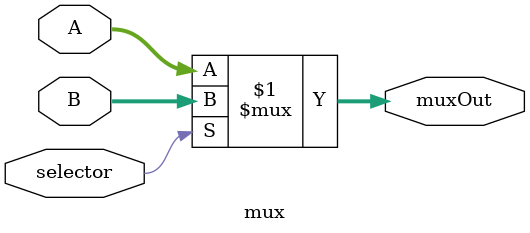
<source format=v>
module mux(
	input[31:0] A,
	input[31:0] B,
	input selector,
	output[31:0] muxOut
);

assign muxOut = selector ? B : A;

endmodule

</source>
